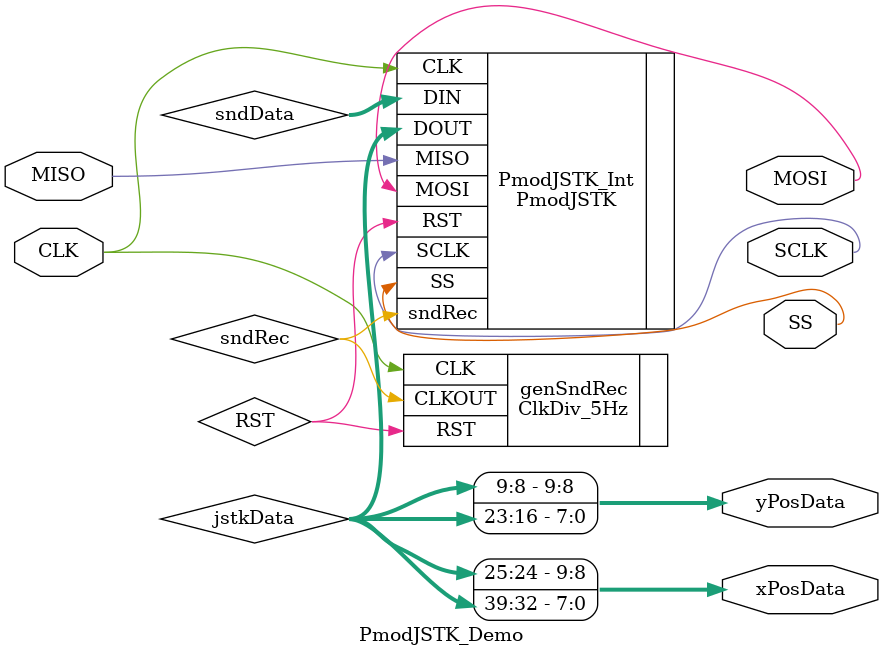
<source format=v>
`timescale 1ns / 1ps


// ============================================================================== 
// 										  Define Module
// ==============================================================================
module PmodJSTK_Demo(
    CLK,
    MISO,
    SS,
    MOSI,
    SCLK,
	xPosData,
	yPosData
    );

	// ===========================================================================
	// 										Port Declarations
	// ===========================================================================
			input CLK;					// 100Mhz onboard clock
			input MISO;					// Master In Slave Out, Pin 3, Port JA
			output SS;					// Slave Select, Pin 1, Port JA
			output MOSI;				// Master Out Slave In, Pin 2, Port JA
			output SCLK;				// Serial Clock, Pin 4, Port JA
			output [9:0] xPosData;
			output [9:0] yPosData;

	// ===========================================================================
	// 							  Parameters, Regsiters, and Wires
	// ===========================================================================
			wire SS;						// Active low
			wire MOSI;					// Data transfer from master to slave
			wire SCLK;					// Serial clock that controls communication

			// Holds data to be sent to PmodJSTK
			wire [7:0] sndData;

			// Signal to send/receive data to/from PmodJSTK
			wire sndRec;

			// Data read from PmodJSTK
			wire [39:0] jstkData;

			// Signal carrying output data that user selected
			wire [9:0] posData;

	// ===========================================================================
	// 										Implementation
	// ===========================================================================


			//-----------------------------------------------
			//  	  			PmodJSTK Interface
			//-----------------------------------------------
			PmodJSTK PmodJSTK_Int(
					.CLK(CLK),
					.RST(RST),
					.sndRec(sndRec),
					.DIN(sndData),
					.MISO(MISO),
					.SS(SS),
					.SCLK(SCLK),
					.MOSI(MOSI),
					.DOUT(jstkData)
			);
			

/*
			//-----------------------------------------------
			//  		Seven Segment Display Controller
			//-----------------------------------------------
			ssdCtrl DispCtrl(
					.CLK(CLK),
					.RST(RST),
					.DIN(posData),
					.AN(AN),
					.SEG(SEG)
			);
*/
			

			//-----------------------------------------------
			//  			 Send Receive Generator
			//-----------------------------------------------
			ClkDiv_5Hz genSndRec(
					.CLK(CLK),
					.RST(RST),
					.CLKOUT(sndRec)
			);
			

			// Use state of switch 0 to select output of X position or Y position data to SSD
			//assign posData = (SW[0] == 1'b1) ? {jstkData[9:8], jstkData[23:16]} : {jstkData[25:24], jstkData[39:32]};

			assign xPosData = {jstkData[25:24], jstkData[39:32]};
			assign yPosData = {jstkData[9:8], jstkData[23:16]};

			// Data to be sent to PmodJSTK, lower two bits will turn on leds on PmodJSTK
			//assign sndData = {8'b100000, {SW[1], SW[2]}};

/*
			// Assign PmodJSTK button status to LED[2:0]
			always @(sndRec or RST or jstkData) begin
					if(RST == 1'b1) begin
							LED <= 3'b000;
					end
					else begin
							LED <= {jstkData[1], {jstkData[2], jstkData[0]}};
					end
			end
*/

endmodule

</source>
